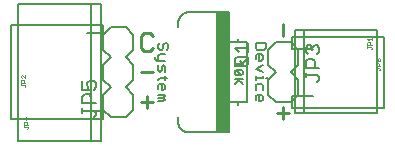
<source format=gbr>
G04 EAGLE Gerber RS-274X export*
G75*
%MOMM*%
%FSLAX34Y34*%
%LPD*%
%INSilkscreen Top*%
%IPPOS*%
%AMOC8*
5,1,8,0,0,1.08239X$1,22.5*%
G01*
%ADD10C,0.279400*%
%ADD11C,0.152400*%
%ADD12C,0.203200*%
%ADD13R,1.016000X10.160000*%
%ADD14C,0.127000*%
%ADD15C,0.025400*%


D10*
X79976Y81206D02*
X77476Y83706D01*
X72477Y83706D01*
X69977Y81206D01*
X69977Y71207D01*
X72477Y68707D01*
X77476Y68707D01*
X79976Y71207D01*
X79976Y50806D02*
X69977Y50806D01*
X69977Y25406D02*
X79976Y25406D01*
X74977Y20407D02*
X74977Y30406D01*
D11*
X167132Y75438D02*
X175775Y75438D01*
X167132Y75438D02*
X167132Y71116D01*
X168573Y69676D01*
X174335Y69676D01*
X175775Y71116D01*
X175775Y75438D01*
X167132Y64642D02*
X167132Y61761D01*
X167132Y64642D02*
X168573Y66083D01*
X171454Y66083D01*
X172894Y64642D01*
X172894Y61761D01*
X171454Y60321D01*
X170013Y60321D01*
X170013Y66083D01*
X172894Y56728D02*
X167132Y53847D01*
X172894Y50965D01*
X172894Y47372D02*
X172894Y45932D01*
X167132Y45932D01*
X167132Y47372D02*
X167132Y44491D01*
X175775Y45932D02*
X177216Y45932D01*
X172894Y39695D02*
X172894Y35373D01*
X172894Y39695D02*
X171454Y41136D01*
X168573Y41136D01*
X167132Y39695D01*
X167132Y35373D01*
X167132Y30340D02*
X167132Y27459D01*
X167132Y30340D02*
X168573Y31780D01*
X171454Y31780D01*
X172894Y30340D01*
X172894Y27459D01*
X171454Y26018D01*
X170013Y26018D01*
X170013Y31780D01*
X93225Y71116D02*
X91785Y69676D01*
X93225Y71116D02*
X93225Y73997D01*
X91785Y75438D01*
X90344Y75438D01*
X88904Y73997D01*
X88904Y71116D01*
X87463Y69676D01*
X86023Y69676D01*
X84582Y71116D01*
X84582Y73997D01*
X86023Y75438D01*
X86023Y66083D02*
X90344Y66083D01*
X86023Y66083D02*
X84582Y64642D01*
X84582Y60321D01*
X83141Y60321D02*
X90344Y60321D01*
X83141Y60321D02*
X81701Y61761D01*
X81701Y63202D01*
X84582Y56728D02*
X84582Y52406D01*
X86023Y50965D01*
X87463Y52406D01*
X87463Y55287D01*
X88904Y56728D01*
X90344Y55287D01*
X90344Y50965D01*
X91785Y45932D02*
X86023Y45932D01*
X84582Y44491D01*
X90344Y44491D02*
X90344Y47372D01*
X84582Y39695D02*
X84582Y36814D01*
X84582Y39695D02*
X86023Y41136D01*
X88904Y41136D01*
X90344Y39695D01*
X90344Y36814D01*
X88904Y35373D01*
X87463Y35373D01*
X87463Y41136D01*
X84582Y31780D02*
X90344Y31780D01*
X90344Y30340D01*
X88904Y28899D01*
X84582Y28899D01*
X88904Y28899D02*
X90344Y27459D01*
X88904Y26018D01*
X84582Y26018D01*
D10*
X190494Y81407D02*
X190494Y91406D01*
X185547Y16516D02*
X195546Y16516D01*
X190547Y11517D02*
X190547Y21516D01*
D12*
X134620Y101600D02*
X110490Y101600D01*
X110490Y0D02*
X134620Y0D01*
X134620Y101600D01*
X144780Y101600D01*
X144780Y0D01*
X134620Y0D01*
X101600Y92710D02*
X101597Y92923D01*
X101600Y93136D01*
X101608Y93349D01*
X101621Y93562D01*
X101639Y93774D01*
X101662Y93985D01*
X101691Y94197D01*
X101725Y94407D01*
X101764Y94616D01*
X101808Y94825D01*
X101857Y95032D01*
X101912Y95238D01*
X101971Y95443D01*
X102035Y95646D01*
X102105Y95847D01*
X102179Y96047D01*
X102258Y96245D01*
X102342Y96440D01*
X102431Y96634D01*
X102524Y96825D01*
X102622Y97015D01*
X102725Y97201D01*
X102832Y97385D01*
X102944Y97567D01*
X103060Y97745D01*
X103181Y97921D01*
X103305Y98093D01*
X103434Y98263D01*
X103568Y98429D01*
X103705Y98592D01*
X103846Y98752D01*
X103991Y98908D01*
X104140Y99060D01*
X104292Y99209D01*
X104448Y99354D01*
X104608Y99495D01*
X104771Y99632D01*
X104937Y99766D01*
X105107Y99895D01*
X105279Y100019D01*
X105455Y100140D01*
X105633Y100256D01*
X105815Y100368D01*
X105999Y100475D01*
X106185Y100578D01*
X106375Y100676D01*
X106566Y100769D01*
X106760Y100858D01*
X106955Y100942D01*
X107153Y101021D01*
X107353Y101095D01*
X107554Y101165D01*
X107757Y101229D01*
X107962Y101288D01*
X108168Y101343D01*
X108375Y101392D01*
X108584Y101436D01*
X108793Y101475D01*
X109003Y101509D01*
X109215Y101538D01*
X109426Y101561D01*
X109638Y101579D01*
X109851Y101592D01*
X110064Y101600D01*
X110277Y101603D01*
X110490Y101600D01*
X101600Y8890D02*
X101597Y8677D01*
X101600Y8464D01*
X101608Y8251D01*
X101621Y8038D01*
X101639Y7826D01*
X101662Y7615D01*
X101691Y7403D01*
X101725Y7193D01*
X101764Y6984D01*
X101808Y6775D01*
X101857Y6568D01*
X101912Y6362D01*
X101971Y6157D01*
X102035Y5954D01*
X102105Y5753D01*
X102179Y5553D01*
X102258Y5355D01*
X102342Y5160D01*
X102431Y4966D01*
X102524Y4775D01*
X102622Y4585D01*
X102725Y4399D01*
X102832Y4215D01*
X102944Y4033D01*
X103060Y3855D01*
X103181Y3679D01*
X103305Y3507D01*
X103434Y3337D01*
X103568Y3171D01*
X103705Y3008D01*
X103846Y2848D01*
X103991Y2692D01*
X104140Y2540D01*
X104292Y2391D01*
X104448Y2246D01*
X104608Y2105D01*
X104771Y1968D01*
X104937Y1834D01*
X105107Y1705D01*
X105279Y1581D01*
X105455Y1460D01*
X105633Y1344D01*
X105815Y1232D01*
X105999Y1125D01*
X106185Y1022D01*
X106375Y924D01*
X106566Y831D01*
X106760Y742D01*
X106955Y658D01*
X107153Y579D01*
X107353Y505D01*
X107554Y435D01*
X107757Y371D01*
X107962Y312D01*
X108168Y257D01*
X108375Y208D01*
X108584Y164D01*
X108793Y125D01*
X109003Y91D01*
X109215Y62D01*
X109426Y39D01*
X109638Y21D01*
X109851Y8D01*
X110064Y0D01*
X110277Y-3D01*
X110490Y0D01*
X101600Y88900D02*
X101600Y92710D01*
X101600Y12700D02*
X101600Y8890D01*
D13*
X139700Y50800D03*
D14*
X151122Y55987D02*
X158748Y55987D01*
X151122Y55987D02*
X149215Y57894D01*
X149215Y61707D01*
X151122Y63614D01*
X158748Y63614D01*
X160655Y61707D01*
X160655Y57894D01*
X158748Y55987D01*
X156842Y59800D02*
X160655Y63614D01*
X153029Y67681D02*
X149215Y71494D01*
X160655Y71494D01*
X160655Y67681D02*
X160655Y75308D01*
D12*
X144780Y76200D02*
X144780Y25400D01*
X144780Y76200D02*
X152400Y76200D01*
X160020Y76200D01*
X160020Y25400D01*
X152400Y25400D01*
X144780Y25400D01*
X152400Y76200D02*
X152400Y78740D01*
X152400Y25400D02*
X152400Y22860D01*
D15*
X139573Y25527D02*
X135760Y25527D01*
X135760Y27434D01*
X136395Y28069D01*
X137666Y28069D01*
X138302Y27434D01*
X138302Y25527D01*
X138302Y26798D02*
X139573Y28069D01*
X137031Y29269D02*
X135760Y30540D01*
X139573Y30540D01*
X139573Y29269D02*
X139573Y31811D01*
D14*
X156089Y58037D02*
X153801Y60325D01*
X156089Y58037D02*
X149225Y58037D01*
X149225Y60325D02*
X149225Y55749D01*
X150369Y52841D02*
X154945Y52841D01*
X156089Y51697D01*
X156089Y49409D01*
X154945Y48265D01*
X150369Y48265D01*
X149225Y49409D01*
X149225Y51697D01*
X150369Y52841D01*
X154945Y48265D01*
X156089Y45357D02*
X149225Y45357D01*
X151513Y45357D02*
X156089Y40781D01*
X152657Y44213D02*
X149225Y40781D01*
D12*
X197900Y70800D02*
X215900Y70800D01*
X197900Y70800D02*
X197900Y80800D01*
X275900Y80800D01*
X275900Y20800D01*
X197900Y20800D01*
X197900Y30800D01*
X215900Y30800D01*
D15*
X271901Y52401D02*
X272537Y53036D01*
X272537Y53672D01*
X271901Y54307D01*
X268724Y54307D01*
X268724Y53672D02*
X268724Y54943D01*
X268724Y56143D02*
X272537Y56143D01*
X268724Y56143D02*
X268724Y58049D01*
X269359Y58685D01*
X270630Y58685D01*
X271266Y58049D01*
X271266Y56143D01*
X269359Y59885D02*
X268724Y60520D01*
X268724Y61792D01*
X269359Y62427D01*
X269995Y62427D01*
X270630Y61792D01*
X271266Y62427D01*
X271901Y62427D01*
X272537Y61792D01*
X272537Y60520D01*
X271901Y59885D01*
X271266Y59885D01*
X270630Y60520D01*
X269995Y59885D01*
X269359Y59885D01*
X270630Y60520D02*
X270630Y61792D01*
D12*
X37600Y10800D02*
X-40400Y10800D01*
X-40400Y90800D01*
X37600Y90800D01*
X37600Y17800D02*
X37600Y10800D01*
X37600Y83800D02*
X37600Y90800D01*
X37600Y17800D02*
X24600Y17800D01*
X24600Y83800D02*
X37600Y83800D01*
D15*
X-27927Y38863D02*
X-28563Y38227D01*
X-27927Y38863D02*
X-27927Y39498D01*
X-28563Y40134D01*
X-31740Y40134D01*
X-31740Y40769D02*
X-31740Y39498D01*
X-31740Y41969D02*
X-27927Y41969D01*
X-31740Y41969D02*
X-31740Y43876D01*
X-31105Y44511D01*
X-29834Y44511D01*
X-29198Y43876D01*
X-29198Y41969D01*
X-27927Y45711D02*
X-27927Y48253D01*
X-27927Y45711D02*
X-30469Y48253D01*
X-31105Y48253D01*
X-31740Y47618D01*
X-31740Y46347D01*
X-31105Y45711D01*
D12*
X270220Y16080D02*
X270220Y86080D01*
X270220Y16080D02*
X208220Y16080D01*
X200220Y16080D01*
X200220Y86080D01*
X208220Y86080D01*
X270220Y86080D01*
X208220Y86080D02*
X208220Y16080D01*
D15*
X264921Y70181D02*
X265557Y70816D01*
X265557Y71452D01*
X264921Y72087D01*
X261744Y72087D01*
X261744Y71452D02*
X261744Y72723D01*
X261744Y73923D02*
X265557Y73923D01*
X261744Y73923D02*
X261744Y75829D01*
X262379Y76465D01*
X263650Y76465D01*
X264286Y75829D01*
X264286Y73923D01*
X263015Y77665D02*
X261744Y78936D01*
X265557Y78936D01*
X265557Y77665D02*
X265557Y80207D01*
D12*
X-34000Y108240D02*
X-34000Y-7760D01*
X-34000Y108240D02*
X28000Y108240D01*
X36000Y108240D01*
X36000Y-7760D01*
X28000Y-7760D01*
X-34000Y-7760D01*
X28000Y-7760D02*
X28000Y108240D01*
D15*
X-25527Y3303D02*
X-26163Y2667D01*
X-25527Y3303D02*
X-25527Y3938D01*
X-26163Y4574D01*
X-29340Y4574D01*
X-29340Y5209D02*
X-29340Y3938D01*
X-29340Y6409D02*
X-25527Y6409D01*
X-29340Y6409D02*
X-29340Y8316D01*
X-28705Y8951D01*
X-27434Y8951D01*
X-26798Y8316D01*
X-26798Y6409D01*
X-25527Y12058D02*
X-29340Y12058D01*
X-27434Y10151D01*
X-27434Y12693D01*
D12*
X203200Y57150D02*
X203200Y69850D01*
X203200Y57150D02*
X196850Y50800D01*
X184150Y50800D02*
X177800Y57150D01*
X196850Y50800D02*
X203200Y44450D01*
X203200Y31750D01*
X196850Y25400D01*
X184150Y25400D02*
X177800Y31750D01*
X177800Y44450D01*
X184150Y50800D01*
X184150Y76200D02*
X196850Y76200D01*
X203200Y69850D01*
X184150Y76200D02*
X177800Y69850D01*
X177800Y57150D01*
X184150Y25400D02*
X196850Y25400D01*
D14*
X218946Y42515D02*
X220853Y44422D01*
X220853Y46328D01*
X218946Y48235D01*
X209413Y48235D01*
X209413Y46328D02*
X209413Y50142D01*
X209413Y54209D02*
X220853Y54209D01*
X209413Y54209D02*
X209413Y59929D01*
X211320Y61836D01*
X215133Y61836D01*
X217040Y59929D01*
X217040Y54209D01*
X211320Y65903D02*
X209413Y67810D01*
X209413Y71623D01*
X211320Y73529D01*
X213227Y73529D01*
X215133Y71623D01*
X215133Y69716D01*
X215133Y71623D02*
X217040Y73529D01*
X218946Y73529D01*
X220853Y71623D01*
X220853Y67810D01*
X218946Y65903D01*
D12*
X44450Y63500D02*
X38100Y69850D01*
X38100Y82550D01*
X44450Y88900D01*
X57150Y88900D02*
X63500Y82550D01*
X63500Y69850D01*
X57150Y63500D01*
X38100Y31750D02*
X38100Y19050D01*
X38100Y31750D02*
X44450Y38100D01*
X57150Y38100D02*
X63500Y31750D01*
X44450Y38100D02*
X38100Y44450D01*
X38100Y57150D01*
X44450Y63500D01*
X57150Y63500D02*
X63500Y57150D01*
X63500Y44450D01*
X57150Y38100D01*
X57150Y12700D02*
X44450Y12700D01*
X38100Y19050D01*
X57150Y12700D02*
X63500Y19050D01*
X63500Y31750D01*
X57150Y88900D02*
X44450Y88900D01*
D14*
X31877Y14480D02*
X29970Y12573D01*
X31877Y14480D02*
X31877Y16386D01*
X29970Y18293D01*
X20437Y18293D01*
X20437Y16386D02*
X20437Y20200D01*
X20437Y24267D02*
X31877Y24267D01*
X20437Y24267D02*
X20437Y29987D01*
X22344Y31893D01*
X26157Y31893D01*
X28064Y29987D01*
X28064Y24267D01*
X20437Y35961D02*
X20437Y43587D01*
X20437Y35961D02*
X26157Y35961D01*
X24251Y39774D01*
X24251Y41681D01*
X26157Y43587D01*
X29970Y43587D01*
X31877Y41681D01*
X31877Y37868D01*
X29970Y35961D01*
M02*

</source>
